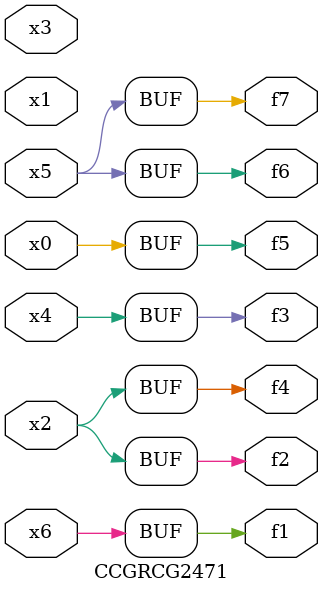
<source format=v>
module CCGRCG2471(
	input x0, x1, x2, x3, x4, x5, x6,
	output f1, f2, f3, f4, f5, f6, f7
);
	assign f1 = x6;
	assign f2 = x2;
	assign f3 = x4;
	assign f4 = x2;
	assign f5 = x0;
	assign f6 = x5;
	assign f7 = x5;
endmodule

</source>
